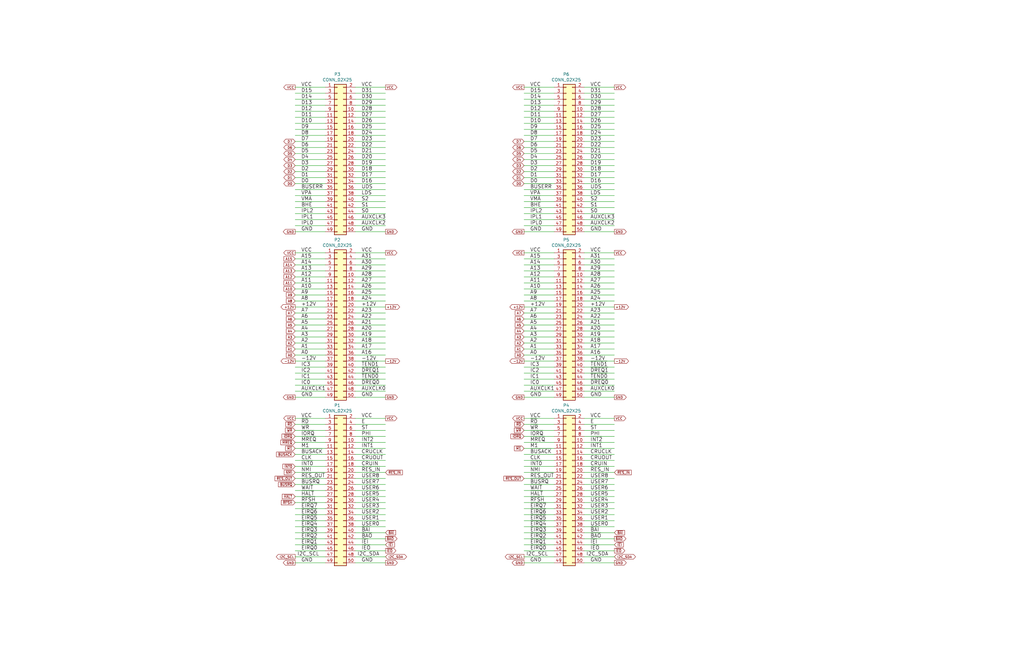
<source format=kicad_sch>
(kicad_sch (version 20211123) (generator eeschema)
  (paper "B")
  (wire (pts (xy 220.98 119.38) (xy 233.68 119.38)))
  (wire (pts (xy 149.86 222.25) (xy 162.56 222.25)))
  (wire (pts (xy 246.38 139.7) (xy 259.08 139.7)))
  (wire (pts (xy 246.38 165.1) (xy 259.08 165.1)))
  (wire (pts (xy 246.38 147.32) (xy 259.08 147.32)))
  (wire (pts (xy 246.38 144.78) (xy 259.08 144.78)))
  (wire (pts (xy 124.46 222.25) (xy 137.16 222.25)))
  (wire (pts (xy 149.86 74.93) (xy 162.56 74.93)))
  (wire (pts (xy 246.38 109.22) (xy 259.08 109.22)))
  (wire (pts (xy 220.98 64.77) (xy 233.68 64.77)))
  (wire (pts (xy 220.98 204.47) (xy 233.68 204.47)))
  (wire (pts (xy 124.46 52.07) (xy 137.16 52.07)))
  (wire (pts (xy 124.46 207.01) (xy 137.16 207.01)))
  (wire (pts (xy 220.98 132.08) (xy 233.68 132.08)))
  (wire (pts (xy 246.38 149.86) (xy 259.08 149.86)))
  (wire (pts (xy 220.98 209.55) (xy 233.68 209.55)))
  (wire (pts (xy 246.38 217.17) (xy 259.08 217.17)))
  (wire (pts (xy 149.86 204.47) (xy 162.56 204.47)))
  (wire (pts (xy 246.38 82.55) (xy 259.08 82.55)))
  (wire (pts (xy 124.46 134.62) (xy 137.16 134.62)))
  (wire (pts (xy 124.46 46.99) (xy 137.16 46.99)))
  (wire (pts (xy 149.86 95.25) (xy 162.56 95.25)))
  (wire (pts (xy 162.56 191.77) (xy 149.86 191.77)))
  (wire (pts (xy 246.38 90.17) (xy 259.08 90.17)))
  (wire (pts (xy 220.98 219.71) (xy 233.68 219.71)))
  (wire (pts (xy 259.08 179.07) (xy 246.38 179.07)))
  (wire (pts (xy 246.38 67.31) (xy 259.08 67.31)))
  (wire (pts (xy 149.86 199.39) (xy 162.56 199.39)))
  (wire (pts (xy 220.98 201.93) (xy 233.68 201.93)))
  (wire (pts (xy 220.98 189.23) (xy 233.68 189.23)))
  (wire (pts (xy 149.86 207.01) (xy 162.56 207.01)))
  (wire (pts (xy 149.86 54.61) (xy 162.56 54.61)))
  (wire (pts (xy 246.38 132.08) (xy 259.08 132.08)))
  (wire (pts (xy 220.98 149.86) (xy 233.68 149.86)))
  (wire (pts (xy 124.46 237.49) (xy 137.16 237.49)))
  (wire (pts (xy 220.98 199.39) (xy 233.68 199.39)))
  (wire (pts (xy 246.38 116.84) (xy 259.08 116.84)))
  (wire (pts (xy 220.98 36.83) (xy 233.68 36.83)))
  (wire (pts (xy 246.38 152.4) (xy 259.08 152.4)))
  (wire (pts (xy 149.86 97.79) (xy 162.56 97.79)))
  (wire (pts (xy 124.46 64.77) (xy 137.16 64.77)))
  (wire (pts (xy 233.68 90.17) (xy 220.98 90.17)))
  (wire (pts (xy 259.08 181.61) (xy 246.38 181.61)))
  (wire (pts (xy 220.98 121.92) (xy 233.68 121.92)))
  (wire (pts (xy 149.86 82.55) (xy 162.56 82.55)))
  (wire (pts (xy 220.98 109.22) (xy 233.68 109.22)))
  (wire (pts (xy 220.98 116.84) (xy 233.68 116.84)))
  (wire (pts (xy 220.98 217.17) (xy 233.68 217.17)))
  (wire (pts (xy 246.38 134.62) (xy 259.08 134.62)))
  (wire (pts (xy 149.86 139.7) (xy 162.56 139.7)))
  (wire (pts (xy 233.68 234.95) (xy 220.98 234.95)))
  (wire (pts (xy 124.46 149.86) (xy 137.16 149.86)))
  (wire (pts (xy 220.98 137.16) (xy 233.68 137.16)))
  (wire (pts (xy 259.08 191.77) (xy 246.38 191.77)))
  (wire (pts (xy 220.98 222.25) (xy 233.68 222.25)))
  (wire (pts (xy 220.98 97.79) (xy 233.68 97.79)))
  (wire (pts (xy 137.16 157.48) (xy 124.46 157.48)))
  (wire (pts (xy 233.68 160.02) (xy 220.98 160.02)))
  (wire (pts (xy 149.86 134.62) (xy 162.56 134.62)))
  (wire (pts (xy 246.38 129.54) (xy 259.08 129.54)))
  (wire (pts (xy 246.38 36.83) (xy 259.08 36.83)))
  (wire (pts (xy 233.68 154.94) (xy 220.98 154.94)))
  (wire (pts (xy 220.98 39.37) (xy 233.68 39.37)))
  (wire (pts (xy 137.16 82.55) (xy 124.46 82.55)))
  (wire (pts (xy 124.46 201.93) (xy 137.16 201.93)))
  (wire (pts (xy 220.98 232.41) (xy 233.68 232.41)))
  (wire (pts (xy 220.98 147.32) (xy 233.68 147.32)))
  (wire (pts (xy 149.86 77.47) (xy 162.56 77.47)))
  (wire (pts (xy 220.98 152.4) (xy 233.68 152.4)))
  (wire (pts (xy 259.08 184.15) (xy 246.38 184.15)))
  (wire (pts (xy 149.86 209.55) (xy 162.56 209.55)))
  (wire (pts (xy 124.46 72.39) (xy 137.16 72.39)))
  (wire (pts (xy 149.86 167.64) (xy 162.56 167.64)))
  (wire (pts (xy 259.08 224.79) (xy 246.38 224.79)))
  (wire (pts (xy 124.46 147.32) (xy 137.16 147.32)))
  (wire (pts (xy 124.46 114.3) (xy 137.16 114.3)))
  (wire (pts (xy 246.38 49.53) (xy 259.08 49.53)))
  (wire (pts (xy 124.46 224.79) (xy 137.16 224.79)))
  (wire (pts (xy 246.38 106.68) (xy 259.08 106.68)))
  (wire (pts (xy 162.56 181.61) (xy 149.86 181.61)))
  (wire (pts (xy 246.38 52.07) (xy 259.08 52.07)))
  (wire (pts (xy 246.38 124.46) (xy 259.08 124.46)))
  (wire (pts (xy 246.38 207.01) (xy 259.08 207.01)))
  (wire (pts (xy 220.98 106.68) (xy 233.68 106.68)))
  (wire (pts (xy 124.46 132.08) (xy 137.16 132.08)))
  (wire (pts (xy 149.86 142.24) (xy 162.56 142.24)))
  (wire (pts (xy 246.38 160.02) (xy 259.08 160.02)))
  (wire (pts (xy 220.98 194.31) (xy 233.68 194.31)))
  (wire (pts (xy 149.86 121.92) (xy 162.56 121.92)))
  (wire (pts (xy 124.46 49.53) (xy 137.16 49.53)))
  (wire (pts (xy 246.38 237.49) (xy 259.08 237.49)))
  (wire (pts (xy 124.46 196.85) (xy 137.16 196.85)))
  (wire (pts (xy 149.86 64.77) (xy 162.56 64.77)))
  (wire (pts (xy 246.38 39.37) (xy 259.08 39.37)))
  (wire (pts (xy 162.56 92.71) (xy 149.86 92.71)))
  (wire (pts (xy 149.86 111.76) (xy 162.56 111.76)))
  (wire (pts (xy 246.38 214.63) (xy 259.08 214.63)))
  (wire (pts (xy 259.08 186.69) (xy 246.38 186.69)))
  (wire (pts (xy 233.68 80.01) (xy 220.98 80.01)))
  (wire (pts (xy 246.38 196.85) (xy 259.08 196.85)))
  (wire (pts (xy 124.46 39.37) (xy 137.16 39.37)))
  (wire (pts (xy 124.46 109.22) (xy 137.16 109.22)))
  (wire (pts (xy 124.46 41.91) (xy 137.16 41.91)))
  (wire (pts (xy 220.98 142.24) (xy 233.68 142.24)))
  (wire (pts (xy 220.98 67.31) (xy 233.68 67.31)))
  (wire (pts (xy 149.86 41.91) (xy 162.56 41.91)))
  (wire (pts (xy 124.46 57.15) (xy 137.16 57.15)))
  (wire (pts (xy 149.86 127) (xy 162.56 127)))
  (wire (pts (xy 149.86 144.78) (xy 162.56 144.78)))
  (wire (pts (xy 124.46 74.93) (xy 137.16 74.93)))
  (wire (pts (xy 220.98 184.15) (xy 233.68 184.15)))
  (wire (pts (xy 220.98 144.78) (xy 233.68 144.78)))
  (wire (pts (xy 220.98 69.85) (xy 233.68 69.85)))
  (wire (pts (xy 220.98 114.3) (xy 233.68 114.3)))
  (wire (pts (xy 246.38 46.99) (xy 259.08 46.99)))
  (wire (pts (xy 124.46 189.23) (xy 137.16 189.23)))
  (wire (pts (xy 246.38 201.93) (xy 259.08 201.93)))
  (wire (pts (xy 124.46 62.23) (xy 137.16 62.23)))
  (wire (pts (xy 124.46 59.69) (xy 137.16 59.69)))
  (wire (pts (xy 124.46 219.71) (xy 137.16 219.71)))
  (wire (pts (xy 149.86 201.93) (xy 162.56 201.93)))
  (wire (pts (xy 149.86 57.15) (xy 162.56 57.15)))
  (wire (pts (xy 149.86 85.09) (xy 162.56 85.09)))
  (wire (pts (xy 149.86 59.69) (xy 162.56 59.69)))
  (wire (pts (xy 149.86 217.17) (xy 162.56 217.17)))
  (wire (pts (xy 149.86 80.01) (xy 162.56 80.01)))
  (wire (pts (xy 220.98 59.69) (xy 233.68 59.69)))
  (wire (pts (xy 137.16 87.63) (xy 124.46 87.63)))
  (wire (pts (xy 124.46 119.38) (xy 137.16 119.38)))
  (wire (pts (xy 149.86 67.31) (xy 162.56 67.31)))
  (wire (pts (xy 124.46 44.45) (xy 137.16 44.45)))
  (wire (pts (xy 149.86 194.31) (xy 162.56 194.31)))
  (wire (pts (xy 149.86 176.53) (xy 162.56 176.53)))
  (wire (pts (xy 149.86 154.94) (xy 162.56 154.94)))
  (wire (pts (xy 124.46 191.77) (xy 137.16 191.77)))
  (wire (pts (xy 149.86 219.71) (xy 162.56 219.71)))
  (wire (pts (xy 259.08 234.95) (xy 246.38 234.95)))
  (wire (pts (xy 246.38 157.48) (xy 259.08 157.48)))
  (wire (pts (xy 124.46 199.39) (xy 137.16 199.39)))
  (wire (pts (xy 246.38 121.92) (xy 259.08 121.92)))
  (wire (pts (xy 246.38 212.09) (xy 259.08 212.09)))
  (wire (pts (xy 220.98 49.53) (xy 233.68 49.53)))
  (wire (pts (xy 124.46 176.53) (xy 137.16 176.53)))
  (wire (pts (xy 246.38 204.47) (xy 259.08 204.47)))
  (wire (pts (xy 162.56 232.41) (xy 149.86 232.41)))
  (wire (pts (xy 220.98 176.53) (xy 233.68 176.53)))
  (wire (pts (xy 220.98 124.46) (xy 233.68 124.46)))
  (wire (pts (xy 246.38 64.77) (xy 259.08 64.77)))
  (wire (pts (xy 149.86 152.4) (xy 162.56 152.4)))
  (wire (pts (xy 246.38 199.39) (xy 259.08 199.39)))
  (wire (pts (xy 149.86 132.08) (xy 162.56 132.08)))
  (wire (pts (xy 220.98 77.47) (xy 233.68 77.47)))
  (wire (pts (xy 259.08 189.23) (xy 246.38 189.23)))
  (wire (pts (xy 149.86 90.17) (xy 162.56 90.17)))
  (wire (pts (xy 220.98 191.77) (xy 233.68 191.77)))
  (wire (pts (xy 246.38 95.25) (xy 259.08 95.25)))
  (wire (pts (xy 124.46 209.55) (xy 137.16 209.55)))
  (wire (pts (xy 124.46 116.84) (xy 137.16 116.84)))
  (wire (pts (xy 124.46 142.24) (xy 137.16 142.24)))
  (wire (pts (xy 162.56 189.23) (xy 149.86 189.23)))
  (wire (pts (xy 149.86 106.68) (xy 162.56 106.68)))
  (wire (pts (xy 149.86 119.38) (xy 162.56 119.38)))
  (wire (pts (xy 124.46 184.15) (xy 137.16 184.15)))
  (wire (pts (xy 162.56 179.07) (xy 149.86 179.07)))
  (wire (pts (xy 124.46 167.64) (xy 137.16 167.64)))
  (wire (pts (xy 124.46 217.17) (xy 137.16 217.17)))
  (wire (pts (xy 149.86 44.45) (xy 162.56 44.45)))
  (wire (pts (xy 220.98 129.54) (xy 233.68 129.54)))
  (wire (pts (xy 124.46 194.31) (xy 137.16 194.31)))
  (wire (pts (xy 233.68 157.48) (xy 220.98 157.48)))
  (wire (pts (xy 149.86 147.32) (xy 162.56 147.32)))
  (wire (pts (xy 124.46 232.41) (xy 137.16 232.41)))
  (wire (pts (xy 124.46 179.07) (xy 137.16 179.07)))
  (wire (pts (xy 162.56 186.69) (xy 149.86 186.69)))
  (wire (pts (xy 246.38 222.25) (xy 259.08 222.25)))
  (wire (pts (xy 220.98 227.33) (xy 233.68 227.33)))
  (wire (pts (xy 246.38 74.93) (xy 259.08 74.93)))
  (wire (pts (xy 149.86 162.56) (xy 162.56 162.56)))
  (wire (pts (xy 246.38 142.24) (xy 259.08 142.24)))
  (wire (pts (xy 259.08 229.87) (xy 246.38 229.87)))
  (wire (pts (xy 124.46 127) (xy 137.16 127)))
  (wire (pts (xy 246.38 97.79) (xy 259.08 97.79)))
  (wire (pts (xy 246.38 127) (xy 259.08 127)))
  (wire (pts (xy 220.98 134.62) (xy 233.68 134.62)))
  (wire (pts (xy 124.46 227.33) (xy 137.16 227.33)))
  (wire (pts (xy 149.86 237.49) (xy 162.56 237.49)))
  (wire (pts (xy 220.98 127) (xy 233.68 127)))
  (wire (pts (xy 233.68 82.55) (xy 220.98 82.55)))
  (wire (pts (xy 149.86 62.23) (xy 162.56 62.23)))
  (wire (pts (xy 124.46 124.46) (xy 137.16 124.46)))
  (wire (pts (xy 246.38 167.64) (xy 259.08 167.64)))
  (wire (pts (xy 149.86 46.99) (xy 162.56 46.99)))
  (wire (pts (xy 149.86 69.85) (xy 162.56 69.85)))
  (wire (pts (xy 149.86 149.86) (xy 162.56 149.86)))
  (wire (pts (xy 124.46 54.61) (xy 137.16 54.61)))
  (wire (pts (xy 149.86 160.02) (xy 162.56 160.02)))
  (wire (pts (xy 220.98 167.64) (xy 233.68 167.64)))
  (wire (pts (xy 246.38 209.55) (xy 259.08 209.55)))
  (wire (pts (xy 149.86 72.39) (xy 162.56 72.39)))
  (wire (pts (xy 220.98 57.15) (xy 233.68 57.15)))
  (wire (pts (xy 246.38 87.63) (xy 259.08 87.63)))
  (wire (pts (xy 220.98 196.85) (xy 233.68 196.85)))
  (wire (pts (xy 233.68 162.56) (xy 220.98 162.56)))
  (wire (pts (xy 220.98 224.79) (xy 233.68 224.79)))
  (wire (pts (xy 246.38 85.09) (xy 259.08 85.09)))
  (wire (pts (xy 149.86 87.63) (xy 162.56 87.63)))
  (wire (pts (xy 137.16 80.01) (xy 124.46 80.01)))
  (wire (pts (xy 137.16 154.94) (xy 124.46 154.94)))
  (wire (pts (xy 220.98 165.1) (xy 233.68 165.1)))
  (wire (pts (xy 220.98 62.23) (xy 233.68 62.23)))
  (wire (pts (xy 220.98 237.49) (xy 233.68 237.49)))
  (wire (pts (xy 220.98 179.07) (xy 233.68 179.07)))
  (wire (pts (xy 233.68 92.71) (xy 220.98 92.71)))
  (wire (pts (xy 149.86 137.16) (xy 162.56 137.16)))
  (wire (pts (xy 149.86 36.83) (xy 162.56 36.83)))
  (wire (pts (xy 137.16 85.09) (xy 124.46 85.09)))
  (wire (pts (xy 246.38 137.16) (xy 259.08 137.16)))
  (wire (pts (xy 246.38 59.69) (xy 259.08 59.69)))
  (wire (pts (xy 149.86 196.85) (xy 162.56 196.85)))
  (wire (pts (xy 220.98 139.7) (xy 233.68 139.7)))
  (wire (pts (xy 246.38 77.47) (xy 259.08 77.47)))
  (wire (pts (xy 149.86 109.22) (xy 162.56 109.22)))
  (wire (pts (xy 162.56 229.87) (xy 149.86 229.87)))
  (wire (pts (xy 220.98 186.69) (xy 233.68 186.69)))
  (wire (pts (xy 149.86 49.53) (xy 162.56 49.53)))
  (wire (pts (xy 124.46 121.92) (xy 137.16 121.92)))
  (wire (pts (xy 220.98 72.39) (xy 233.68 72.39)))
  (wire (pts (xy 162.56 234.95) (xy 149.86 234.95)))
  (wire (pts (xy 220.98 111.76) (xy 233.68 111.76)))
  (wire (pts (xy 149.86 129.54) (xy 162.56 129.54)))
  (wire (pts (xy 246.38 54.61) (xy 259.08 54.61)))
  (wire (pts (xy 149.86 214.63) (xy 162.56 214.63)))
  (wire (pts (xy 259.08 227.33) (xy 246.38 227.33)))
  (wire (pts (xy 162.56 227.33) (xy 149.86 227.33)))
  (wire (pts (xy 220.98 214.63) (xy 233.68 214.63)))
  (wire (pts (xy 124.46 165.1) (xy 137.16 165.1)))
  (wire (pts (xy 124.46 69.85) (xy 137.16 69.85)))
  (wire (pts (xy 124.46 139.7) (xy 137.16 139.7)))
  (wire (pts (xy 124.46 106.68) (xy 137.16 106.68)))
  (wire (pts (xy 246.38 44.45) (xy 259.08 44.45)))
  (wire (pts (xy 124.46 129.54) (xy 137.16 129.54)))
  (wire (pts (xy 124.46 186.69) (xy 137.16 186.69)))
  (wire (pts (xy 149.86 114.3) (xy 162.56 114.3)))
  (wire (pts (xy 124.46 212.09) (xy 137.16 212.09)))
  (wire (pts (xy 246.38 162.56) (xy 259.08 162.56)))
  (wire (pts (xy 124.46 214.63) (xy 137.16 214.63)))
  (wire (pts (xy 220.98 46.99) (xy 233.68 46.99)))
  (wire (pts (xy 124.46 152.4) (xy 137.16 152.4)))
  (wire (pts (xy 124.46 36.83) (xy 137.16 36.83)))
  (wire (pts (xy 233.68 87.63) (xy 220.98 87.63)))
  (wire (pts (xy 246.38 62.23) (xy 259.08 62.23)))
  (wire (pts (xy 220.98 181.61) (xy 233.68 181.61)))
  (wire (pts (xy 233.68 85.09) (xy 220.98 85.09)))
  (wire (pts (xy 124.46 144.78) (xy 137.16 144.78)))
  (wire (pts (xy 149.86 165.1) (xy 162.56 165.1)))
  (wire (pts (xy 124.46 97.79) (xy 137.16 97.79)))
  (wire (pts (xy 162.56 224.79) (xy 149.86 224.79)))
  (wire (pts (xy 220.98 229.87) (xy 233.68 229.87)))
  (wire (pts (xy 137.16 95.25) (xy 124.46 95.25)))
  (wire (pts (xy 149.86 39.37) (xy 162.56 39.37)))
  (wire (pts (xy 220.98 54.61) (xy 233.68 54.61)))
  (wire (pts (xy 124.46 229.87) (xy 137.16 229.87)))
  (wire (pts (xy 137.16 162.56) (xy 124.46 162.56)))
  (wire (pts (xy 259.08 92.71) (xy 246.38 92.71)))
  (wire (pts (xy 220.98 52.07) (xy 233.68 52.07)))
  (wire (pts (xy 220.98 44.45) (xy 233.68 44.45)))
  (wire (pts (xy 220.98 41.91) (xy 233.68 41.91)))
  (wire (pts (xy 162.56 184.15) (xy 149.86 184.15)))
  (wire (pts (xy 246.38 72.39) (xy 259.08 72.39)))
  (wire (pts (xy 246.38 219.71) (xy 259.08 219.71)))
  (wire (pts (xy 246.38 69.85) (xy 259.08 69.85)))
  (wire (pts (xy 246.38 80.01) (xy 259.08 80.01)))
  (wire (pts (xy 246.38 176.53) (xy 259.08 176.53)))
  (wire (pts (xy 124.46 111.76) (xy 137.16 111.76)))
  (wire (pts (xy 149.86 124.46) (xy 162.56 124.46)))
  (wire (pts (xy 246.38 154.94) (xy 259.08 154.94)))
  (wire (pts (xy 220.98 212.09) (xy 233.68 212.09)))
  (wire (pts (xy 124.46 77.47) (xy 137.16 77.47)))
  (wire (pts (xy 246.38 111.76) (xy 259.08 111.76)))
  (wire (pts (xy 124.46 137.16) (xy 137.16 137.16)))
  (wire (pts (xy 124.46 67.31) (xy 137.16 67.31)))
  (wire (pts (xy 233.68 95.25) (xy 220.98 95.25)))
  (wire (pts (xy 137.16 234.95) (xy 124.46 234.95)))
  (wire (pts (xy 149.86 157.48) (xy 162.56 157.48)))
  (wire (pts (xy 246.38 194.31) (xy 259.08 194.31)))
  (wire (pts (xy 137.16 90.17) (xy 124.46 90.17)))
  (wire (pts (xy 149.86 212.09) (xy 162.56 212.09)))
  (wire (pts (xy 124.46 204.47) (xy 137.16 204.47)))
  (wire (pts (xy 246.38 119.38) (xy 259.08 119.38)))
  (wire (pts (xy 137.16 92.71) (xy 124.46 92.71)))
  (wire (pts (xy 246.38 114.3) (xy 259.08 114.3)))
  (wire (pts (xy 149.86 116.84) (xy 162.56 116.84)))
  (wire (pts (xy 137.16 160.02) (xy 124.46 160.02)))
  (wire (pts (xy 246.38 57.15) (xy 259.08 57.15)))
  (wire (pts (xy 246.38 41.91) (xy 259.08 41.91)))
  (wire (pts (xy 259.08 232.41) (xy 246.38 232.41)))
  (wire (pts (xy 149.86 52.07) (xy 162.56 52.07)))
  (wire (pts (xy 220.98 74.93) (xy 233.68 74.93)))
  (wire (pts (xy 124.46 181.61) (xy 137.16 181.61)))
  (wire (pts (xy 220.98 207.01) (xy 233.68 207.01)))
  (label "A7" (at 127 132.08 0) (effects (font (size 1.524 1.524))))
  (label "VCC" (at 127 176.53 0) (effects (font (size 1.524 1.524))))
  (label "VCC" (at 248.92 106.68 0) (effects (font (size 1.524 1.524))))
  (label "~{BHE}" (at 127 87.63 0) (effects (font (size 1.524 1.524))))
  (label "~{MREQ}" (at 223.52 186.69 0) (effects (font (size 1.524 1.524))))
  (label "D4" (at 127 67.31 0) (effects (font (size 1.524 1.524))))
  (label "A5" (at 127 137.16 0) (effects (font (size 1.524 1.524))))
  (label "A27" (at 248.92 119.38 0) (effects (font (size 1.524 1.524))))
  (label "~{RES_OUT}" (at 127 201.93 0) (effects (font (size 1.524 1.524))))
  (label "IPL1" (at 127 92.71 0) (effects (font (size 1.524 1.524))))
  (label "UDS" (at 152.4 80.01 0) (effects (font (size 1.524 1.524))))
  (label "~{INT2}" (at 152.4 186.69 0) (effects (font (size 1.524 1.524))))
  (label "D20" (at 248.92 67.31 0) (effects (font (size 1.524 1.524))))
  (label "VCC" (at 152.4 176.53 0) (effects (font (size 1.524 1.524))))
  (label "IPL0" (at 223.52 95.25 0) (effects (font (size 1.524 1.524))))
  (label "IC2" (at 127 157.48 0) (effects (font (size 1.524 1.524))))
  (label "A25" (at 248.92 124.46 0) (effects (font (size 1.524 1.524))))
  (label "USER0" (at 152.4 222.25 0) (effects (font (size 1.524 1.524))))
  (label "VCC" (at 152.4 36.83 0) (effects (font (size 1.524 1.524))))
  (label "A9" (at 127 124.46 0) (effects (font (size 1.524 1.524))))
  (label "D9" (at 127 54.61 0) (effects (font (size 1.524 1.524))))
  (label "GND" (at 152.4 97.79 0) (effects (font (size 1.524 1.524))))
  (label "USER1" (at 248.92 219.71 0) (effects (font (size 1.524 1.524))))
  (label "~{INT2}" (at 248.92 186.69 0) (effects (font (size 1.524 1.524))))
  (label "D23" (at 152.4 59.69 0) (effects (font (size 1.524 1.524))))
  (label "A1" (at 223.52 147.32 0) (effects (font (size 1.524 1.524))))
  (label "A3" (at 223.52 142.24 0) (effects (font (size 1.524 1.524))))
  (label "+12V" (at 223.52 129.54 0) (effects (font (size 1.524 1.524))))
  (label "D15" (at 127 39.37 0) (effects (font (size 1.524 1.524))))
  (label "A0" (at 223.52 149.86 0) (effects (font (size 1.524 1.524))))
  (label "LDS" (at 248.92 82.55 0) (effects (font (size 1.524 1.524))))
  (label "~{IORQ}" (at 223.52 184.15 0) (effects (font (size 1.524 1.524))))
  (label "~{IEI}" (at 152.4 229.87 0) (effects (font (size 1.524 1.524))))
  (label "A6" (at 127 134.62 0) (effects (font (size 1.524 1.524))))
  (label "USER0" (at 248.92 222.25 0) (effects (font (size 1.524 1.524))))
  (label "AUXCLK0" (at 248.92 165.1 0) (effects (font (size 1.524 1.524))))
  (label "D0" (at 127 77.47 0) (effects (font (size 1.524 1.524))))
  (label "GND" (at 127 237.49 0) (effects (font (size 1.524 1.524))))
  (label "IPL0" (at 127 95.25 0) (effects (font (size 1.524 1.524))))
  (label "D16" (at 152.4 77.47 0) (effects (font (size 1.524 1.524))))
  (label "IC1" (at 223.52 160.02 0) (effects (font (size 1.524 1.524))))
  (label "AUXCLK3" (at 248.92 92.71 0) (effects (font (size 1.524 1.524))))
  (label "~{VPA}" (at 127 82.55 0) (effects (font (size 1.524 1.524))))
  (label "I2C_SCL" (at 134.62 234.95 180) (effects (font (size 1.524 1.524))))
  (label "IPL2" (at 223.52 90.17 0) (effects (font (size 1.524 1.524))))
  (label "~{NMI}" (at 127 199.39 0) (effects (font (size 1.524 1.524))))
  (label "D9" (at 223.52 54.61 0) (effects (font (size 1.524 1.524))))
  (label "D6" (at 223.52 62.23 0) (effects (font (size 1.524 1.524))))
  (label "S1" (at 248.92 87.63 0) (effects (font (size 1.524 1.524))))
  (label "~{MREQ}" (at 127 186.69 0) (effects (font (size 1.524 1.524))))
  (label "AUXCLK1" (at 223.52 165.1 0) (effects (font (size 1.524 1.524))))
  (label "PHI" (at 248.92 184.15 0) (effects (font (size 1.524 1.524))))
  (label "~{IEO}" (at 248.92 232.41 0) (effects (font (size 1.524 1.524))))
  (label "USER6" (at 152.4 207.01 0) (effects (font (size 1.524 1.524))))
  (label "A3" (at 127 142.24 0) (effects (font (size 1.524 1.524))))
  (label "A20" (at 248.92 139.7 0) (effects (font (size 1.524 1.524))))
  (label "A4" (at 127 139.7 0) (effects (font (size 1.524 1.524))))
  (label "~{M1}" (at 223.52 189.23 0) (effects (font (size 1.524 1.524))))
  (label "~{RES_IN}" (at 248.92 199.39 0) (effects (font (size 1.524 1.524))))
  (label "A23" (at 152.4 132.08 0) (effects (font (size 1.524 1.524))))
  (label "A30" (at 248.92 111.76 0) (effects (font (size 1.524 1.524))))
  (label "USER4" (at 248.92 212.09 0) (effects (font (size 1.524 1.524))))
  (label "~{WR}" (at 223.52 181.61 0) (effects (font (size 1.524 1.524))))
  (label "D25" (at 152.4 54.61 0) (effects (font (size 1.524 1.524))))
  (label "D7" (at 127 59.69 0) (effects (font (size 1.524 1.524))))
  (label "VCC" (at 152.4 106.68 0) (effects (font (size 1.524 1.524))))
  (label "A5" (at 223.52 137.16 0) (effects (font (size 1.524 1.524))))
  (label "+12V" (at 152.4 129.54 0) (effects (font (size 1.524 1.524))))
  (label "~{EIRQ7}" (at 223.52 214.63 0) (effects (font (size 1.524 1.524))))
  (label "IPL1" (at 223.52 92.71 0) (effects (font (size 1.524 1.524))))
  (label "VCC" (at 223.52 36.83 0) (effects (font (size 1.524 1.524))))
  (label "A17" (at 248.92 147.32 0) (effects (font (size 1.524 1.524))))
  (label "USER7" (at 248.92 204.47 0) (effects (font (size 1.524 1.524))))
  (label "~{BAO}" (at 248.92 227.33 0) (effects (font (size 1.524 1.524))))
  (label "~{BAO}" (at 152.4 227.33 0) (effects (font (size 1.524 1.524))))
  (label "UDS" (at 248.92 80.01 0) (effects (font (size 1.524 1.524))))
  (label "D23" (at 248.92 59.69 0) (effects (font (size 1.524 1.524))))
  (label "A14" (at 127 111.76 0) (effects (font (size 1.524 1.524))))
  (label "GND" (at 152.4 167.64 0) (effects (font (size 1.524 1.524))))
  (label "D14" (at 223.52 41.91 0) (effects (font (size 1.524 1.524))))
  (label "A18" (at 248.92 144.78 0) (effects (font (size 1.524 1.524))))
  (label "USER2" (at 248.92 217.17 0) (effects (font (size 1.524 1.524))))
  (label "~{TEND1}" (at 248.92 154.94 0) (effects (font (size 1.524 1.524))))
  (label "~{VMA}" (at 223.52 85.09 0) (effects (font (size 1.524 1.524))))
  (label "D26" (at 152.4 52.07 0) (effects (font (size 1.524 1.524))))
  (label "~{BUSRQ}" (at 223.52 204.47 0) (effects (font (size 1.524 1.524))))
  (label "D4" (at 223.52 67.31 0) (effects (font (size 1.524 1.524))))
  (label "IC3" (at 223.52 154.94 0) (effects (font (size 1.524 1.524))))
  (label "D6" (at 127 62.23 0) (effects (font (size 1.524 1.524))))
  (label "GND" (at 223.52 237.49 0) (effects (font (size 1.524 1.524))))
  (label "~{INT0}" (at 127 196.85 0) (effects (font (size 1.524 1.524))))
  (label "VCC" (at 223.52 176.53 0) (effects (font (size 1.524 1.524))))
  (label "D10" (at 223.52 52.07 0) (effects (font (size 1.524 1.524))))
  (label "S0" (at 152.4 90.17 0) (effects (font (size 1.524 1.524))))
  (label "A24" (at 152.4 127 0) (effects (font (size 1.524 1.524))))
  (label "~{RFSH}" (at 223.52 212.09 0) (effects (font (size 1.524 1.524))))
  (label "A28" (at 152.4 116.84 0) (effects (font (size 1.524 1.524))))
  (label "A20" (at 152.4 139.7 0) (effects (font (size 1.524 1.524))))
  (label "~{RD}" (at 127 179.07 0) (effects (font (size 1.524 1.524))))
  (label "A21" (at 152.4 137.16 0) (effects (font (size 1.524 1.524))))
  (label "IC2" (at 223.52 157.48 0) (effects (font (size 1.524 1.524))))
  (label "D21" (at 248.92 64.77 0) (effects (font (size 1.524 1.524))))
  (label "-12V" (at 248.92 152.4 0) (effects (font (size 1.524 1.524))))
  (label "A29" (at 152.4 114.3 0) (effects (font (size 1.524 1.524))))
  (label "A9" (at 223.52 124.46 0) (effects (font (size 1.524 1.524))))
  (label "AUXCLK3" (at 152.4 92.71 0) (effects (font (size 1.524 1.524))))
  (label "A14" (at 223.52 111.76 0) (effects (font (size 1.524 1.524))))
  (label "A12" (at 223.52 116.84 0) (effects (font (size 1.524 1.524))))
  (label "~{DREQ1}" (at 152.4 157.48 0) (effects (font (size 1.524 1.524))))
  (label "D13" (at 127 44.45 0) (effects (font (size 1.524 1.524))))
  (label "D1" (at 223.52 74.93 0) (effects (font (size 1.524 1.524))))
  (label "~{EIRQ0}" (at 127 232.41 0) (effects (font (size 1.524 1.524))))
  (label "D18" (at 248.92 72.39 0) (effects (font (size 1.524 1.524))))
  (label "A1" (at 127 147.32 0) (effects (font (size 1.524 1.524))))
  (label "VCC" (at 127 106.68 0) (effects (font (size 1.524 1.524))))
  (label "GND" (at 223.52 167.64 0) (effects (font (size 1.524 1.524))))
  (label "A8" (at 127 127 0) (effects (font (size 1.524 1.524))))
  (label "A25" (at 152.4 124.46 0) (effects (font (size 1.524 1.524))))
  (label "A13" (at 127 114.3 0) (effects (font (size 1.524 1.524))))
  (label "D0" (at 223.52 77.47 0) (effects (font (size 1.524 1.524))))
  (label "A24" (at 248.92 127 0) (effects (font (size 1.524 1.524))))
  (label "+12V" (at 127 129.54 0) (effects (font (size 1.524 1.524))))
  (label "D18" (at 152.4 72.39 0) (effects (font (size 1.524 1.524))))
  (label "~{HALT}" (at 223.52 209.55 0) (effects (font (size 1.524 1.524))))
  (label "~{INT1}" (at 248.92 189.23 0) (effects (font (size 1.524 1.524))))
  (label "IC0" (at 223.52 162.56 0) (effects (font (size 1.524 1.524))))
  (label "D30" (at 248.92 41.91 0) (effects (font (size 1.524 1.524))))
  (label "D24" (at 152.4 57.15 0) (effects (font (size 1.524 1.524))))
  (label "~{EIRQ0}" (at 223.52 232.41 0) (effects (font (size 1.524 1.524))))
  (label "~{M1}" (at 127 189.23 0) (effects (font (size 1.524 1.524))))
  (label "~{RFSH}" (at 127 212.09 0) (effects (font (size 1.524 1.524))))
  (label "D13" (at 223.52 44.45 0) (effects (font (size 1.524 1.524))))
  (label "D17" (at 248.92 74.93 0) (effects (font (size 1.524 1.524))))
  (label "~{BAI}" (at 248.92 224.79 0) (effects (font (size 1.524 1.524))))
  (label "USER4" (at 152.4 212.09 0) (effects (font (size 1.524 1.524))))
  (label "~{BHE}" (at 223.52 87.63 0) (effects (font (size 1.524 1.524))))
  (label "PHI" (at 152.4 184.15 0) (effects (font (size 1.524 1.524))))
  (label "~{BUSERR}" (at 127 80.01 0) (effects (font (size 1.524 1.524))))
  (label "A19" (at 248.92 142.24 0) (effects (font (size 1.524 1.524))))
  (label "D22" (at 248.92 62.23 0) (effects (font (size 1.524 1.524))))
  (label "AUXCLK0" (at 152.4 165.1 0) (effects (font (size 1.524 1.524))))
  (label "~{IEO}" (at 152.4 232.41 0) (effects (font (size 1.524 1.524))))
  (label "~{BUSERR}" (at 223.52 80.01 0) (effects (font (size 1.524 1.524))))
  (label "~{HALT}" (at 127 209.55 0) (effects (font (size 1.524 1.524))))
  (label "USER5" (at 248.92 209.55 0) (effects (font (size 1.524 1.524))))
  (label "I2C_SDA" (at 160.02 234.95 180) (effects (font (size 1.524 1.524))))
  (label "USER8" (at 152.4 201.93 0) (effects (font (size 1.524 1.524))))
  (label "~{EIRQ4}" (at 127 222.25 0) (effects (font (size 1.524 1.524))))
  (label "A16" (at 152.4 149.86 0) (effects (font (size 1.524 1.524))))
  (label "A10" (at 223.52 121.92 0) (effects (font (size 1.524 1.524))))
  (label "~{EIRQ3}" (at 223.52 224.79 0) (effects (font (size 1.524 1.524))))
  (label "GND" (at 248.92 237.49 0) (effects (font (size 1.524 1.524))))
  (label "A2" (at 127 144.78 0) (effects (font (size 1.524 1.524))))
  (label "A31" (at 152.4 109.22 0) (effects (font (size 1.524 1.524))))
  (label "~{TEND1}" (at 152.4 154.94 0) (effects (font (size 1.524 1.524))))
  (label "AUXCLK1" (at 127 165.1 0) (effects (font (size 1.524 1.524))))
  (label "CRUOUT" (at 248.92 194.31 0) (effects (font (size 1.524 1.524))))
  (label "D5" (at 223.52 64.77 0) (effects (font (size 1.524 1.524))))
  (label "A13" (at 223.52 114.3 0) (effects (font (size 1.524 1.524))))
  (label "A2" (at 223.52 144.78 0) (effects (font (size 1.524 1.524))))
  (label "A22" (at 248.92 134.62 0) (effects (font (size 1.524 1.524))))
  (label "I2C_SCL" (at 231.14 234.95 180) (effects (font (size 1.524 1.524))))
  (label "GND" (at 248.92 167.64 0) (effects (font (size 1.524 1.524))))
  (label "+12V" (at 248.92 129.54 0) (effects (font (size 1.524 1.524))))
  (label "D3" (at 127 69.85 0) (effects (font (size 1.524 1.524))))
  (label "D2" (at 223.52 72.39 0) (effects (font (size 1.524 1.524))))
  (label "D19" (at 152.4 69.85 0) (effects (font (size 1.524 1.524))))
  (label "~{WR}" (at 127 181.61 0) (effects (font (size 1.524 1.524))))
  (label "D27" (at 248.92 49.53 0) (effects (font (size 1.524 1.524))))
  (label "A10" (at 127 121.92 0) (effects (font (size 1.524 1.524))))
  (label "~{DREQ0}" (at 248.92 162.56 0) (effects (font (size 1.524 1.524))))
  (label "E" (at 152.4 179.07 0) (effects (font (size 1.524 1.524))))
  (label "-12V" (at 223.52 152.4 0) (effects (font (size 1.524 1.524))))
  (label "ST" (at 152.4 181.61 0) (effects (font (size 1.524 1.524))))
  (label "A18" (at 152.4 144.78 0) (effects (font (size 1.524 1.524))))
  (label "A15" (at 127 109.22 0) (effects (font (size 1.524 1.524))))
  (label "A0" (at 127 149.86 0) (effects (font (size 1.524 1.524))))
  (label "~{RD}" (at 223.52 179.07 0) (effects (font (size 1.524 1.524))))
  (label "LDS" (at 152.4 82.55 0) (effects (font (size 1.524 1.524))))
  (label "D12" (at 127 46.99 0) (effects (font (size 1.524 1.524))))
  (label "~{EIRQ4}" (at 223.52 222.25 0) (effects (font (size 1.524 1.524))))
  (label "IC1" (at 127 160.02 0) (effects (font (size 1.524 1.524))))
  (label "~{BUSACK}" (at 127 191.77 0) (effects (font (size 1.524 1.524))))
  (label "CLK" (at 223.52 194.31 0) (effects (font (size 1.524 1.524))))
  (label "A19" (at 152.4 142.24 0) (effects (font (size 1.524 1.524))))
  (label "S2" (at 248.92 85.09 0) (effects (font (size 1.524 1.524))))
  (label "~{BUSACK}" (at 223.52 191.77 0) (effects (font (size 1.524 1.524))))
  (label "AUXCLK2" (at 152.4 95.25 0) (effects (font (size 1.524 1.524))))
  (label "E" (at 248.92 179.07 0) (effects (font (size 1.524 1.524))))
  (label "GND" (at 152.4 237.49 0) (effects (font (size 1.524 1.524))))
  (label "D1" (at 127 74.93 0) (effects (font (size 1.524 1.524))))
  (label "~{EIRQ1}" (at 223.52 229.87 0) (effects (font (size 1.524 1.524))))
  (label "D26" (at 248.92 52.07 0) (effects (font (size 1.524 1.524))))
  (label "S1" (at 152.4 87.63 0) (effects (font (size 1.524 1.524))))
  (label "~{WAIT}" (at 127 207.01 0) (effects (font (size 1.524 1.524))))
  (label "A16" (at 248.92 149.86 0) (effects (font (size 1.524 1.524))))
  (label "~{EIRQ2}" (at 127 227.33 0) (effects (font (size 1.524 1.524))))
  (label "CRUIN" (at 152.4 196.85 0) (effects (font (size 1.524 1.524))))
  (label "-12V" (at 127 152.4 0) (effects (font (size 1.524 1.524))))
  (label "D22" (at 152.4 62.23 0) (effects (font (size 1.524 1.524))))
  (label "~{INT0}" (at 223.52 196.85 0) (effects (font (size 1.524 1.524))))
  (label "~{IORQ}" (at 127 184.15 0) (effects (font (size 1.524 1.524))))
  (label "D25" (at 248.92 54.61 0) (effects (font (size 1.524 1.524))))
  (label "~{EIRQ5}" (at 127 219.71 0) (effects (font (size 1.524 1.524))))
  (label "CRUCLK" (at 152.4 191.77 0) (effects (font (size 1.524 1.524))))
  (label "VCC" (at 248.92 36.83 0) (effects (font (size 1.524 1.524))))
  (label "D8" (at 127 57.15 0) (effects (font (size 1.524 1.524))))
  (label "VCC" (at 223.52 106.68 0) (effects (font (size 1.524 1.524))))
  (label "A8" (at 223.52 127 0) (effects (font (size 1.524 1.524))))
  (label "D14" (at 127 41.91 0) (effects (font (size 1.524 1.524))))
  (label "I2C_SDA" (at 256.54 234.95 180) (effects (font (size 1.524 1.524))))
  (label "D11" (at 127 49.53 0) (effects (font (size 1.524 1.524))))
  (label "~{RES_OUT}" (at 223.52 201.93 0) (effects (font (size 1.524 1.524))))
  (label "A17" (at 152.4 147.32 0) (effects (font (size 1.524 1.524))))
  (label "D28" (at 248.92 46.99 0) (effects (font (size 1.524 1.524))))
  (label "A11" (at 223.52 119.38 0) (effects (font (size 1.524 1.524))))
  (label "A31" (at 248.92 109.22 0) (effects (font (size 1.524 1.524))))
  (label "A26" (at 152.4 121.92 0) (effects (font (size 1.524 1.524))))
  (label "A12" (at 127 116.84 0) (effects (font (size 1.524 1.524))))
  (label "D15" (at 223.52 39.37 0) (effects (font (size 1.524 1.524))))
  (label "USER8" (at 248.92 201.93 0) (effects (font (size 1.524 1.524))))
  (label "CRUCLK" (at 248.92 191.77 0) (effects (font (size 1.524 1.524))))
  (label "~{INT1}" (at 152.4 189.23 0) (effects (font (size 1.524 1.524))))
  (label "~{EIRQ6}" (at 127 217.17 0) (effects (font (size 1.524 1.524))))
  (label "CLK" (at 127 194.31 0) (effects (font (size 1.524 1.524))))
  (label "S2" (at 152.4 85.09 0) (effects (font (size 1.524 1.524))))
  (label "D30" (at 152.4 41.91 0) (effects (font (size 1.524 1.524))))
  (label "A30" (at 152.4 111.76 0) (effects (font (size 1.524 1.524))))
  (label "~{RES_IN}" (at 152.4 199.39 0) (effects (font (size 1.524 1.524))))
  (label "D31" (at 152.4 39.37 0) (effects (font (size 1.524 1.524))))
  (label "S0" (at 248.92 90.17 0) (effects (font (size 1.524 1.524))))
  (label "D29" (at 248.92 44.45 0) (effects (font (size 1.524 1.524))))
  (label "VCC" (at 248.92 176.53 0) (effects (font (size 1.524 1.524))))
  (label "A15" (at 223.52 109.22 0) (effects (font (size 1.524 1.524))))
  (label "D28" (at 152.4 46.99 0) (effects (font (size 1.524 1.524))))
  (label "D2" (at 127 72.39 0) (effects (font (size 1.524 1.524))))
  (label "~{TEND0}" (at 248.92 160.02 0) (effects (font (size 1.524 1.524))))
  (label "D29" (at 152.4 44.45 0) (effects (font (size 1.524 1.524))))
  (label "GND" (at 223.52 97.79 0) (effects (font (size 1.524 1.524))))
  (label "AUXCLK2" (at 248.92 95.25 0) (effects (font (size 1.524 1.524))))
  (label "USER5" (at 152.4 209.55 0) (effects (font (size 1.524 1.524))))
  (label "A4" (at 223.52 139.7 0) (effects (font (size 1.524 1.524))))
  (label "D19" (at 248.92 69.85 0) (effects (font (size 1.524 1.524))))
  (label "A29" (at 248.92 114.3 0) (effects (font (size 1.524 1.524))))
  (label "~{BUSRQ}" (at 127 204.47 0) (effects (font (size 1.524 1.524))))
  (label "CRUIN" (at 248.92 196.85 0) (effects (font (size 1.524 1.524))))
  (label "GND" (at 127 167.64 0) (effects (font (size 1.524 1.524))))
  (label "~{EIRQ1}" (at 127 229.87 0) (effects (font (size 1.524 1.524))))
  (label "~{EIRQ5}" (at 223.52 219.71 0) (effects (font (size 1.524 1.524))))
  (label "~{NMI}" (at 223.52 199.39 0) (effects (font (size 1.524 1.524))))
  (label "A27" (at 152.4 119.38 0) (effects (font (size 1.524 1.524))))
  (label "GND" (at 248.92 97.79 0) (effects (font (size 1.524 1.524))))
  (label "~{DREQ0}" (at 152.4 162.56 0) (effects (font (size 1.524 1.524))))
  (label "-12V" (at 152.4 152.4 0) (effects (font (size 1.524 1.524))))
  (label "IC3" (at 127 154.94 0) (effects (font (size 1.524 1.524))))
  (label "D8" (at 223.52 57.15 0) (effects (font (size 1.524 1.524))))
  (label "D27" (at 152.4 49.53 0) (effects (font (size 1.524 1.524))))
  (label "USER7" (at 152.4 204.47 0) (effects (font (size 1.524 1.524))))
  (label "~{IEI}" (at 248.92 229.87 0) (effects (font (size 1.524 1.524))))
  (label "D3" (at 223.52 69.85 0) (effects (font (size 1.524 1.524))))
  (label "USER3" (at 248.92 214.63 0) (effects (font (size 1.524 1.524))))
  (label "D24" (at 248.92 57.15 0) (effects (font (size 1.524 1.524))))
  (label "D16" (at 248.92 77.47 0) (effects (font (size 1.524 1.524))))
  (label "D10" (at 127 52.07 0) (effects (font (size 1.524 1.524))))
  (label "D21" (at 152.4 64.77 0) (effects (font (size 1.524 1.524))))
  (label "A6" (at 223.52 134.62 0) (effects (font (size 1.524 1.524))))
  (label "~{VMA}" (at 127 85.09 0) (effects (font (size 1.524 1.524))))
  (label "D31" (at 248.92 39.37 0) (effects (font (size 1.524 1.524))))
  (label "D17" (at 152.4 74.93 0) (effects (font (size 1.524 1.524))))
  (label "A28" (at 248.92 116.84 0) (effects (font (size 1.524 1.524))))
  (label "A22" (at 152.4 134.62 0) (effects (font (size 1.524 1.524))))
  (label "~{EIRQ2}" (at 223.52 227.33 0) (effects (font (size 1.524 1.524))))
  (label "D12" (at 223.52 46.99 0) (effects (font (size 1.524 1.524))))
  (label "A21" (at 248.92 137.16 0) (effects (font (size 1.524 1.524))))
  (label "~{BAI}" (at 152.4 224.79 0) (effects (font (size 1.524 1.524))))
  (label "USER2" (at 152.4 217.17 0) (effects (font (size 1.524 1.524))))
  (label "VCC" (at 127 36.83 0) (effects (font (size 1.524 1.524))))
  (label "~{VPA}" (at 223.52 82.55 0) (effects (font (size 1.524 1.524))))
  (label "A7" (at 223.52 132.08 0) (effects (font (size 1.524 1.524))))
  (label "CRUOUT" (at 152.4 194.31 0) (effects (font (size 1.524 1.524))))
  (label "A23" (at 248.92 132.08 0) (effects (font (size 1.524 1.524))))
  (label "GND" (at 127 97.79 0) (effects (font (size 1.524 1.524))))
  (label "D20" (at 152.4 67.31 0) (effects (font (size 1.524 1.524))))
  (label "~{TEND0}" (at 152.4 160.02 0) (effects (font (size 1.524 1.524))))
  (label "~{EIRQ3}" (at 127 224.79 0) (effects (font (size 1.524 1.524))))
  (label "~{EIRQ7}" (at 127 214.63 0) (effects (font (size 1.524 1.524))))
  (label "USER3" (at 152.4 214.63 0) (effects (font (size 1.524 1.524))))
  (label "D7" (at 223.52 59.69 0) (effects (font (size 1.524 1.524))))
  (label "~{DREQ1}" (at 248.92 157.48 0) (effects (font (size 1.524 1.524))))
  (label "IPL2" (at 127 90.17 0) (effects (font (size 1.524 1.524))))
  (label "D11" (at 223.52 49.53 0) (effects (font (size 1.524 1.524))))
  (label "~{EIRQ6}" (at 223.52 217.17 0) (effects (font (size 1.524 1.524))))
  (label "~{WAIT}" (at 223.52 207.01 0) (effects (font (size 1.524 1.524))))
  (label "A26" (at 248.92 121.92 0) (effects (font (size 1.524 1.524))))
  (label "A11" (at 127 119.38 0) (effects (font (size 1.524 1.524))))
  (label "D5" (at 127 64.77 0) (effects (font (size 1.524 1.524))))
  (label "USER6" (at 248.92 207.01 0) (effects (font (size 1.524 1.524))))
  (label "IC0" (at 127 162.56 0) (effects (font (size 1.524 1.524))))
  (label "ST" (at 248.92 181.61 0) (effects (font (size 1.524 1.524))))
  (label "USER1" (at 152.4 219.71 0) (effects (font (size 1.524 1.524))))
  (global_label "A5" (shape input) (at 220.98 137.16 180) (effects (font (size 1.016 1.016))) (property "Intersheet References" "${INTERSHEET_REFS}" (effects hide)))
  (global_label "A0" (shape input) (at 220.98 149.86 180) (effects (font (size 1.016 1.016))) (property "Intersheet References" "${INTERSHEET_REFS}" (effects hide)))
  (global_label "~{M1}" (shape input) (at 220.98 189.23 180) (effects (font (size 1.016 1.016))) (property "Intersheet References" "${INTERSHEET_REFS}" (effects hide)))
  (global_label "GND" (shape output) (at 124.46 97.79 180) (effects (font (size 1.016 1.016))) (property "Intersheet References" "${INTERSHEET_REFS}" (effects hide)))
  (global_label "VCC" (shape output) (at 124.46 176.53 180) (effects (font (size 1.016 1.016))) (property "Intersheet References" "${INTERSHEET_REFS}" (effects hide)))
  (global_label "A13" (shape input) (at 124.46 114.3 180) (effects (font (size 1.016 1.016))) (property "Intersheet References" "${INTERSHEET_REFS}" (effects hide)))
  (global_label "GND" (shape output) (at 162.56 97.79 0) (effects (font (size 1.016 1.016))) (property "Intersheet References" "${INTERSHEET_REFS}" (effects hide)))
  (global_label "~{BAI}" (shape input) (at 162.56 224.79 0) (effects (font (size 1.016 1.016))) (property "Intersheet References" "${INTERSHEET_REFS}" (effects hide)))
  (global_label "VCC" (shape output) (at 124.46 36.83 180) (effects (font (size 1.016 1.016))) (property "Intersheet References" "${INTERSHEET_REFS}" (effects hide)))
  (global_label "D2" (shape bidirectional) (at 220.98 72.39 180) (effects (font (size 1.016 1.016))) (property "Intersheet References" "${INTERSHEET_REFS}" (effects hide)))
  (global_label "A0" (shape input) (at 124.46 149.86 180) (effects (font (size 1.016 1.016))) (property "Intersheet References" "${INTERSHEET_REFS}" (effects hide)))
  (global_label "VCC" (shape output) (at 259.08 36.83 0) (effects (font (size 1.016 1.016))) (property "Intersheet References" "${INTERSHEET_REFS}" (effects hide)))
  (global_label "~{NMI}" (shape input) (at 124.46 199.39 180) (effects (font (size 1.016 1.016))) (property "Intersheet References" "${INTERSHEET_REFS}" (effects hide)))
  (global_label "+12V" (shape output) (at 124.46 129.54 180) (effects (font (size 1.016 1.016))) (property "Intersheet References" "${INTERSHEET_REFS}" (effects hide)))
  (global_label "D7" (shape bidirectional) (at 124.46 59.69 180) (effects (font (size 1.016 1.016))) (property "Intersheet References" "${INTERSHEET_REFS}" (effects hide)))
  (global_label "VCC" (shape output) (at 259.08 106.68 0) (effects (font (size 1.016 1.016))) (property "Intersheet References" "${INTERSHEET_REFS}" (effects hide)))
  (global_label "A3" (shape input) (at 220.98 142.24 180) (effects (font (size 1.016 1.016))) (property "Intersheet References" "${INTERSHEET_REFS}" (effects hide)))
  (global_label "~{HALT}" (shape input) (at 124.46 209.55 180) (effects (font (size 1.016 1.016))) (property "Intersheet References" "${INTERSHEET_REFS}" (effects hide)))
  (global_label "A4" (shape input) (at 124.46 139.7 180) (effects (font (size 1.016 1.016))) (property "Intersheet References" "${INTERSHEET_REFS}" (effects hide)))
  (global_label "~{MREQ}" (shape input) (at 124.46 186.69 180) (effects (font (size 1.016 1.016))) (property "Intersheet References" "${INTERSHEET_REFS}" (effects hide)))
  (global_label "A5" (shape input) (at 124.46 137.16 180) (effects (font (size 1.016 1.016))) (property "Intersheet References" "${INTERSHEET_REFS}" (effects hide)))
  (global_label "~{IEI}" (shape input) (at 259.08 229.87 0) (effects (font (size 1.016 1.016))) (property "Intersheet References" "${INTERSHEET_REFS}" (effects hide)))
  (global_label "GND" (shape output) (at 259.08 237.49 0) (effects (font (size 1.016 1.016))) (property "Intersheet References" "${INTERSHEET_REFS}" (effects hide)))
  (global_label "~{RFSH}" (shape input) (at 124.46 212.09 180) (effects (font (size 1.016 1.016))) (property "Intersheet References" "${INTERSHEET_REFS}" (effects hide)))
  (global_label "A10" (shape input) (at 124.46 121.92 180) (effects (font (size 1.016 1.016))) (property "Intersheet References" "${INTERSHEET_REFS}" (effects hide)))
  (global_label "~{WR}" (shape input) (at 124.46 181.61 180) (effects (font (size 1.016 1.016))) (property "Intersheet References" "${INTERSHEET_REFS}" (effects hide)))
  (global_label "+12V" (shape output) (at 162.56 129.54 0) (effects (font (size 1.016 1.016))) (property "Intersheet References" "${INTERSHEET_REFS}" (effects hide)))
  (global_label "GND" (shape output) (at 124.46 167.64 180) (effects (font (size 1.016 1.016))) (property "Intersheet References" "${INTERSHEET_REFS}" (effects hide)))
  (global_label "A3" (shape input) (at 124.46 142.24 180) (effects (font (size 1.016 1.016))) (property "Intersheet References" "${INTERSHEET_REFS}" (effects hide)))
  (global_label "A14" (shape input) (at 124.46 111.76 180) (effects (font (size 1.016 1.016))) (property "Intersheet References" "${INTERSHEET_REFS}" (effects hide)))
  (global_label "+12V" (shape output) (at 220.98 129.54 180) (effects (font (size 1.016 1.016))) (property "Intersheet References" "${INTERSHEET_REFS}" (effects hide)))
  (global_label "~{RD}" (shape input) (at 124.46 179.07 180) (effects (font (size 1.016 1.016))) (property "Intersheet References" "${INTERSHEET_REFS}" (effects hide)))
  (global_label "D7" (shape bidirectional) (at 220.98 59.69 180) (effects (font (size 1.016 1.016))) (property "Intersheet References" "${INTERSHEET_REFS}" (effects hide)))
  (global_label "~{RES_IN}" (shape input) (at 259.08 199.39 0) (effects (font (size 1.016 1.016))) (property "Intersheet References" "${INTERSHEET_REFS}" (effects hide)))
  (global_label "I2C_SDA" (shape bidirectional) (at 259.08 234.95 0) (effects (font (size 1.016 1.016))) (property "Intersheet References" "${INTERSHEET_REFS}" (effects hide)))
  (global_label "~{RES_IN}" (shape input) (at 162.56 199.39 0) (effects (font (size 1.016 1.016))) (property "Intersheet References" "${INTERSHEET_REFS}" (effects hide)))
  (global_label "~{BAO}" (shape output) (at 259.08 227.33 0) (effects (font (size 1.016 1.016))) (property "Intersheet References" "${INTERSHEET_REFS}" (effects hide)))
  (global_label "A11" (shape input) (at 124.46 119.38 180) (effects (font (size 1.016 1.016))) (property "Intersheet References" "${INTERSHEET_REFS}" (effects hide)))
  (global_label "GND" (shape output) (at 220.98 237.49 180) (effects (font (size 1.016 1.016))) (property "Intersheet References" "${INTERSHEET_REFS}" (effects hide)))
  (global_label "~{RES_OUT}" (shape input) (at 220.98 201.93 180) (effects (font (size 1.016 1.016))) (property "Intersheet References" "${INTERSHEET_REFS}" (effects hide)))
  (global_label "-12V" (shape output) (at 162.56 152.4 0) (effects (font (size 1.016 1.016))) (property "Intersheet References" "${INTERSHEET_REFS}" (effects hide)))
  (global_label "~{IEO}" (shape output) (at 162.56 232.41 0) (effects (font (size 1.016 1.016))) (property "Intersheet References" "${INTERSHEET_REFS}" (effects hide)))
  (global_label "A2" (shape input) (at 124.46 144.78 180) (effects (font (size 1.016 1.016))) (property "Intersheet References" "${INTERSHEET_REFS}" (effects hide)))
  (global_label "~{INT0}" (shape input) (at 124.46 196.85 180) (effects (font (size 1.016 1.016))) (property "Intersheet References" "${INTERSHEET_REFS}" (effects hide)))
  (global_label "~{RES_OUT}" (shape input) (at 124.46 201.93 180) (effects (font (size 1.016 1.016))) (property "Intersheet References" "${INTERSHEET_REFS}" (effects hide)))
  (global_label "GND" (shape output) (at 220.98 97.79 180) (effects (font (size 1.016 1.016))) (property "Intersheet References" "${INTERSHEET_REFS}" (effects hide)))
  (global_label "VCC" (shape output) (at 124.46 106.68 180) (effects (font (size 1.016 1.016))) (property "Intersheet References" "${INTERSHEET_REFS}" (effects hide)))
  (global_label "~{BUSACK}" (shape input) (at 124.46 191.77 180) (effects (font (size 1.016 1.016))) (property "Intersheet References" "${INTERSHEET_REFS}" (effects hide)))
  (global_label "D2" (shape bidirectional) (at 124.46 72.39 180) (effects (font (size 1.016 1.016))) (property "Intersheet References" "${INTERSHEET_REFS}" (effects hide)))
  (global_label "A1" (shape input) (at 124.46 147.32 180) (effects (font (size 1.016 1.016))) (property "Intersheet References" "${INTERSHEET_REFS}" (effects hide)))
  (global_label "D4" (shape bidirectional) (at 220.98 67.31 180) (effects (font (size 1.016 1.016))) (property "Intersheet References" "${INTERSHEET_REFS}" (effects hide)))
  (global_label "~{IORQ}" (shape input) (at 124.46 184.15 180) (effects (font (size 1.016 1.016))) (property "Intersheet References" "${INTERSHEET_REFS}" (effects hide)))
  (global_label "GND" (shape output) (at 220.98 167.64 180) (effects (font (size 1.016 1.016))) (property "Intersheet References" "${INTERSHEET_REFS}" (effects hide)))
  (global_label "GND" (shape output) (at 162.56 167.64 0) (effects (font (size 1.016 1.016))) (property "Intersheet References" "${INTERSHEET_REFS}" (effects hide)))
  (global_label "A8" (shape input) (at 124.46 127 180) (effects (font (size 1.016 1.016))) (property "Intersheet References" "${INTERSHEET_REFS}" (effects hide)))
  (global_label "~{M1}" (shape input) (at 124.46 189.23 180) (effects (font (size 1.016 1.016))) (property "Intersheet References" "${INTERSHEET_REFS}" (effects hide)))
  (global_label "VCC" (shape output) (at 259.08 176.53 0) (effects (font (size 1.016 1.016))) (property "Intersheet References" "${INTERSHEET_REFS}" (effects hide)))
  (global_label "-12V" (shape output) (at 259.08 152.4 0) (effects (font (size 1.016 1.016))) (property "Intersheet References" "${INTERSHEET_REFS}" (effects hide)))
  (global_label "~{BAI}" (shape input) (at 259.08 224.79 0) (effects (font (size 1.016 1.016))) (property "Intersheet References" "${INTERSHEET_REFS}" (effects hide)))
  (global_label "D0" (shape bidirectional) (at 124.46 77.47 180) (effects (font (size 1.016 1.016))) (property "Intersheet References" "${INTERSHEET_REFS}" (effects hide)))
  (global_label "I2C_SCL" (shape output) (at 124.46 234.95 180) (effects (font (size 1.016 1.016))) (property "Intersheet References" "${INTERSHEET_REFS}" (effects hide)))
  (global_label "A12" (shape input) (at 124.46 116.84 180) (effects (font (size 1.016 1.016))) (property "Intersheet References" "${INTERSHEET_REFS}" (effects hide)))
  (global_label "+12V" (shape output) (at 259.08 129.54 0) (effects (font (size 1.016 1.016))) (property "Intersheet References" "${INTERSHEET_REFS}" (effects hide)))
  (global_label "A4" (shape input) (at 220.98 139.7 180) (effects (font (size 1.016 1.016))) (property "Intersheet References" "${INTERSHEET_REFS}" (effects hide)))
  (global_label "GND" (shape output) (at 259.08 97.79 0) (effects (font (size 1.016 1.016))) (property "Intersheet References" "${INTERSHEET_REFS}" (effects hide)))
  (global_label "VCC" (shape output) (at 220.98 176.53 180) (effects (font (size 1.016 1.016))) (property "Intersheet References" "${INTERSHEET_REFS}" (effects hide)))
  (global_label "D1" (shape bidirectional) (at 124.46 74.93 180) (effects (font (size 1.016 1.016))) (property "Intersheet References" "${INTERSHEET_REFS}" (effects hide)))
  (global_label "VCC" (shape output) (at 162.56 106.68 0) (effects (font (size 1.016 1.016))) (property "Intersheet References" "${INTERSHEET_REFS}" (effects hide)))
  (global_label "D4" (shape bidirectional) (at 124.46 67.31 180) (effects (font (size 1.016 1.016))) (property "Intersheet References" "${INTERSHEET_REFS}" (effects hide)))
  (global_label "A2" (shape input) (at 220.98 144.78 180) (effects (font (size 1.016 1.016))) (property "Intersheet References" "${INTERSHEET_REFS}" (effects hide)))
  (global_label "A6" (shape input) (at 220.98 134.62 180) (effects (font (size 1.016 1.016))) (property "Intersheet References" "${INTERSHEET_REFS}" (effects hide)))
  (global_label "A1" (shape input) (at 220.98 147.32 180) (effects (font (size 1.016 1.016))) (property "Intersheet References" "${INTERSHEET_REFS}" (effects hide)))
  (global_label "D3" (shape bidirectional) (at 124.46 69.85 180) (effects (font (size 1.016 1.016))) (property "Intersheet References" "${INTERSHEET_REFS}" (effects hide)))
  (global_label "D1" (shape bidirectional) (at 220.98 74.93 180) (effects (font (size 1.016 1.016))) (property "Intersheet References" "${INTERSHEET_REFS}" (effects hide)))
  (global_label "I2C_SDA" (shape bidirectional) (at 162.56 234.95 0) (effects (font (size 1.016 1.016))) (property "Intersheet References" "${INTERSHEET_REFS}" (effects hide)))
  (global_label "GND" (shape output) (at 259.08 167.64 0) (effects (font (size 1.016 1.016))) (property "Intersheet References" "${INTERSHEET_REFS}" (effects hide)))
  (global_label "-12V" (shape output) (at 124.46 152.4 180) (effects (font (size 1.016 1.016))) (property "Intersheet References" "${INTERSHEET_REFS}" (effects hide)))
  (global_label "VCC" (shape output) (at 162.56 176.53 0) (effects (font (size 1.016 1.016))) (property "Intersheet References" "${INTERSHEET_REFS}" (effects hide)))
  (global_label "~{IORQ}" (shape input) (at 220.98 184.15 180) (effects (font (size 1.016 1.016))) (property "Intersheet References" "${INTERSHEET_REFS}" (effects hide)))
  (global_label "~{BUSRQ}" (shape input) (at 124.46 204.47 180) (effects (font (size 1.016 1.016))) (property "Intersheet References" "${INTERSHEET_REFS}" (effects hide)))
  (global_label "VCC" (shape output) (at 162.56 36.83 0) (effects (font (size 1.016 1.016))) (property "Intersheet References" "${INTERSHEET_REFS}" (effects hide)))
  (global_label "VCC" (shape output) (at 220.98 36.83 180) (effects (font (size 1.016 1.016))) (property "Intersheet References" "${INTERSHEET_REFS}" (effects hide)))
  (global_label "D6" (shape bidirectional) (at 220.98 62.23 180) (effects (font (size 1.016 1.016))) (property "Intersheet References" "${INTERSHEET_REFS}" (effects hide)))
  (global_label "A9" (shape input) (at 124.46 124.46 180) (effects (font (size 1.016 1.016))) (property "Intersheet References" "${INTERSHEET_REFS}" (effects hide)))
  (global_label "~{BAO}" (shape output) (at 162.56 227.33 0) (effects (font (size 1.016 1.016))) (property "Intersheet References" "${INTERSHEET_REFS}" (effects hide)))
  (global_label "D5" (shape bidirectional) (at 124.46 64.77 180) (effects (font (size 1.016 1.016))) (property "Intersheet References" "${INTERSHEET_REFS}" (effects hide)))
  (global_label "GND" (shape output) (at 124.46 237.49 180) (effects (font (size 1.016 1.016))) (property "Intersheet References" "${INTERSHEET_REFS}" (effects hide)))
  (global_label "D5" (shape bidirectional) (at 220.98 64.77 180) (effects (font (size 1.016 1.016))) (property "Intersheet References" "${INTERSHEET_REFS}" (effects hide)))
  (global_label "~{WR}" (shape input) (at 220.98 181.61 180) (effects (font (size 1.016 1.016))) (property "Intersheet References" "${INTERSHEET_REFS}" (effects hide)))
  (global_label "VCC" (shape output) (at 220.98 106.68 180) (effects (font (size 1.016 1.016))) (property "Intersheet References" "${INTERSHEET_REFS}" (effects hide)))
  (global_label "I2C_SCL" (shape output) (at 220.98 234.95 180) (effects (font (size 1.016 1.016))) (property "Intersheet References" "${INTERSHEET_REFS}" (effects hide)))
  (global_label "D0" (shape bidirectional) (at 220.98 77.47 180) (effects (font (size 1.016 1.016))) (property "Intersheet References" "${INTERSHEET_REFS}" (effects hide)))
  (global_label "A15" (shape input) (at 124.46 109.22 180) (effects (font (size 1.016 1.016))) (property "Intersheet References" "${INTERSHEET_REFS}" (effects hide)))
  (global_label "~{RD}" (shape input) (at 220.98 179.07 180) (effects (font (size 1.016 1.016))) (property "Intersheet References" "${INTERSHEET_REFS}" (effects hide)))
  (global_label "D3" (shape bidirectional) (at 220.98 69.85 180) (effects (font (size 1.016 1.016))) (property "Intersheet References" "${INTERSHEET_REFS}" (effects hide)))
  (global_label "A6" (shape input) (at 124.46 134.62 180) (effects (font (size 1.016 1.016))) (property "Intersheet References" "${INTERSHEET_REFS}" (effects hide)))
  (global_label "-12V" (shape output) (at 220.98 152.4 180) (effects (font (size 1.016 1.016))) (property "Intersheet References" "${INTERSHEET_REFS}" (effects hide)))
  (global_label "~{IEI}" (shape input) (at 162.56 229.87 0) (effects (font (size 1.016 1.016))) (property "Intersheet References" "${INTERSHEET_REFS}" (effects hide)))
  (global_label "D6" (shape bidirectional) (at 124.46 62.23 180) (effects (font (size 1.016 1.016))) (property "Intersheet References" "${INTERSHEET_REFS}" (effects hide)))
  (global_label "A7" (shape input) (at 220.98 132.08 180) (effects (font (size 1.016 1.016))) (property "Intersheet References" "${INTERSHEET_REFS}" (effects hide)))
  (global_label "GND" (shape output) (at 162.56 237.49 0) (effects (font (size 1.016 1.016))) (property "Intersheet References" "${INTERSHEET_REFS}" (effects hide)))
  (global_label "A7" (shape input) (at 124.46 132.08 180) (effects (font (size 1.016 1.016))) (property "Intersheet References" "${INTERSHEET_REFS}" (effects hide)))
  (global_label "~{IEO}" (shape output) (at 259.08 232.41 0) (effects (font (size 1.016 1.016))) (property "Intersheet References" "${INTERSHEET_REFS}" (effects hide)))
  (symbol (lib_id "Connector_Generic:Conn_02x25_Odd_Even") (at 142.24 207.01 0) (unit 1)
    (property "Reference" "P1" (at 142.24 171.069 0))
    (property "Value" "CONN_02X25" (at 142.24 173.3804 0))
    (property "Footprint" "Connector_IDC:IDC-Header_2x25_P2.54mm_Horizontal" (effects hide))
  )
  (symbol (lib_id "Connector_Generic:Conn_02x25_Odd_Even") (at 142.24 137.16 0) (unit 1)
    (property "Reference" "P2" (at 142.24 101.219 0))
    (property "Value" "CONN_02X25" (at 142.24 103.5304 0))
    (property "Footprint" "Connector_IDC:IDC-Header_2x25_P2.54mm_Horizontal" (effects hide))
  )
  (symbol (lib_id "Connector_Generic:Conn_02x25_Odd_Even") (at 142.24 67.31 0) (unit 1)
    (property "Reference" "P3" (at 142.24 31.369 0))
    (property "Value" "CONN_02X25" (at 142.24 33.6804 0))
    (property "Footprint" "Connector_IDC:IDC-Header_2x25_P2.54mm_Horizontal" (effects hide))
  )
  (symbol (lib_id "Connector_Generic:Conn_02x25_Odd_Even") (at 238.76 207.01 0) (unit 1)
    (property "Reference" "P4" (at 238.76 171.069 0))
    (property "Value" "CONN_02X25" (at 238.76 173.3804 0))
    (property "Footprint" "Connector_PinSocket_2.54mm:PinSocket_2x25_P2.54mm_Horizontal" (effects hide))
  )
  (symbol (lib_id "Connector_Generic:Conn_02x25_Odd_Even") (at 238.76 137.16 0) (unit 1)
    (property "Reference" "P5" (at 238.76 101.219 0))
    (property "Value" "CONN_02X25" (at 238.76 103.5304 0))
    (property "Footprint" "Connector_PinSocket_2.54mm:PinSocket_2x25_P2.54mm_Horizontal" (effects hide))
  )
  (symbol (lib_id "Connector_Generic:Conn_02x25_Odd_Even") (at 238.76 67.31 0) (unit 1)
    (property "Reference" "P6" (at 238.76 31.369 0))
    (property "Value" "CONN_02X25" (at 238.76 33.6804 0))
    (property "Footprint" "Connector_PinSocket_2.54mm:PinSocket_2x25_P2.54mm_Horizontal" (effects hide))
  )
)
</source>
